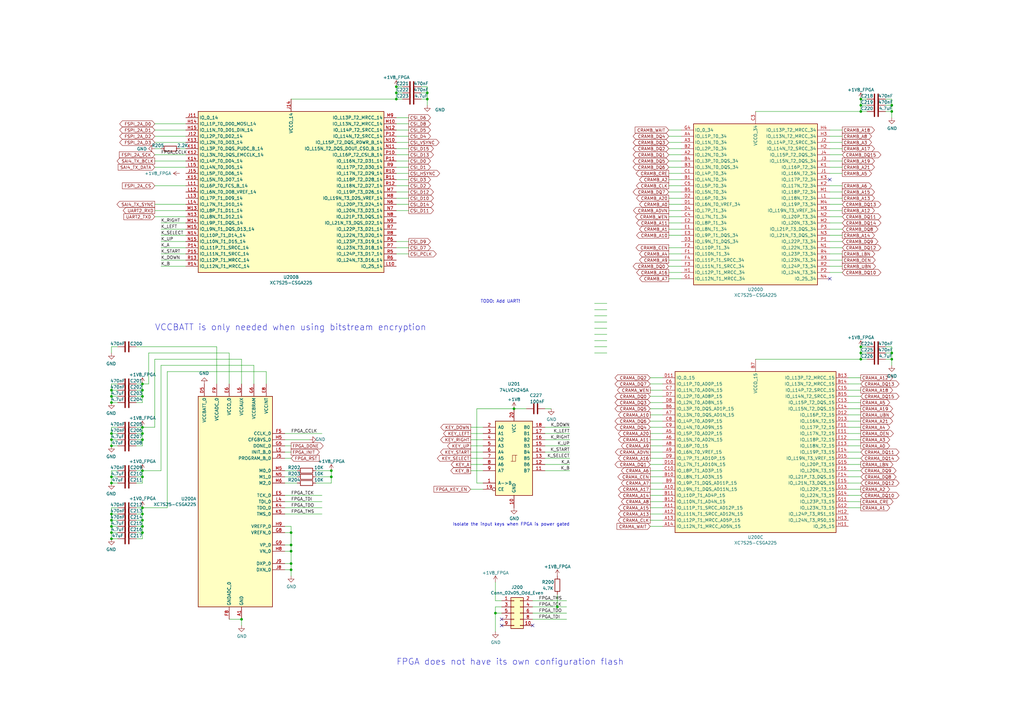
<source format=kicad_sch>
(kicad_sch (version 20210126) (generator eeschema)
  (paper "A3")
  (title_block (title "Fobu") (date "2021-02-17") (rev "0.3") (company "Wenting Zhang") (comment 1 "zephray@outlook.com"))
  (junction (at 45.72 160.02) (diameter 0.9144))
  (junction (at 45.72 162.56) (diameter 0.9144))
  (junction (at 45.72 165.1) (diameter 0.9144))
  (junction (at 45.72 177.8) (diameter 0.9144))
  (junction (at 45.72 180.34) (diameter 0.9144))
  (junction (at 45.72 182.88) (diameter 0.9144))
  (junction (at 45.72 195.58) (diameter 0.9144))
  (junction (at 45.72 198.12) (diameter 0.9144))
  (junction (at 45.72 210.82) (diameter 0.9144))
  (junction (at 45.72 213.36) (diameter 0.9144))
  (junction (at 45.72 215.9) (diameter 0.9144))
  (junction (at 45.72 218.44) (diameter 0.9144))
  (junction (at 45.72 220.98) (diameter 0.9144))
  (junction (at 58.42 157.48) (diameter 0.9144))
  (junction (at 58.42 160.02) (diameter 0.9144))
  (junction (at 58.42 162.56) (diameter 0.9144))
  (junction (at 58.42 175.26) (diameter 0.9144))
  (junction (at 58.42 177.8) (diameter 0.9144))
  (junction (at 58.42 180.34) (diameter 0.9144))
  (junction (at 58.42 193.04) (diameter 0.9144))
  (junction (at 58.42 195.58) (diameter 0.9144))
  (junction (at 58.42 208.28) (diameter 0.9144))
  (junction (at 58.42 210.82) (diameter 0.9144))
  (junction (at 58.42 213.36) (diameter 0.9144))
  (junction (at 58.42 215.9) (diameter 0.9144))
  (junction (at 58.42 218.44) (diameter 0.9144))
  (junction (at 99.06 254) (diameter 0.9144))
  (junction (at 119.38 218.44) (diameter 0.9144))
  (junction (at 119.38 223.52) (diameter 0.9144))
  (junction (at 119.38 226.06) (diameter 0.9144))
  (junction (at 119.38 231.14) (diameter 0.9144))
  (junction (at 119.38 233.68) (diameter 0.9144))
  (junction (at 135.89 193.04) (diameter 0.9144))
  (junction (at 135.89 195.58) (diameter 0.9144))
  (junction (at 162.56 35.56) (diameter 0.9144))
  (junction (at 162.56 38.1) (diameter 0.9144))
  (junction (at 162.56 40.64) (diameter 0.9144))
  (junction (at 175.26 38.1) (diameter 0.9144))
  (junction (at 175.26 40.64) (diameter 0.9144))
  (junction (at 203.2 251.46) (diameter 0.9144))
  (junction (at 210.82 167.64) (diameter 0.9144))
  (junction (at 228.6 248.92) (diameter 0.9144))
  (junction (at 353.06 40.64) (diameter 0.9144))
  (junction (at 353.06 43.18) (diameter 0.9144))
  (junction (at 353.06 45.72) (diameter 0.9144))
  (junction (at 353.06 142.24) (diameter 0.9144))
  (junction (at 353.06 144.78) (diameter 0.9144))
  (junction (at 353.06 147.32) (diameter 0.9144))
  (junction (at 365.76 43.18) (diameter 0.9144))
  (junction (at 365.76 45.72) (diameter 0.9144))
  (junction (at 365.76 144.78) (diameter 0.9144))
  (junction (at 365.76 147.32) (diameter 0.9144))
  (no_connect (at 205.74 254))
  (no_connect (at 205.74 256.54))
  (no_connect (at 218.44 256.54))
  (no_connect (at 340.36 73.66))
  (no_connect (at 340.36 114.3))
  (wire (pts (xy 45.72 142.24) (xy 45.72 144.78)))
  (wire (pts (xy 45.72 157.48) (xy 45.72 160.02)))
  (wire (pts (xy 45.72 160.02) (xy 45.72 162.56)))
  (wire (pts (xy 45.72 162.56) (xy 45.72 165.1)))
  (wire (pts (xy 45.72 175.26) (xy 45.72 177.8)))
  (wire (pts (xy 45.72 177.8) (xy 45.72 180.34)))
  (wire (pts (xy 45.72 180.34) (xy 45.72 182.88)))
  (wire (pts (xy 45.72 193.04) (xy 45.72 195.58)))
  (wire (pts (xy 45.72 195.58) (xy 45.72 198.12)))
  (wire (pts (xy 45.72 208.28) (xy 45.72 210.82)))
  (wire (pts (xy 45.72 210.82) (xy 45.72 213.36)))
  (wire (pts (xy 45.72 213.36) (xy 45.72 215.9)))
  (wire (pts (xy 45.72 215.9) (xy 45.72 218.44)))
  (wire (pts (xy 45.72 218.44) (xy 45.72 220.98)))
  (wire (pts (xy 48.26 142.24) (xy 45.72 142.24)))
  (wire (pts (xy 48.26 157.48) (xy 45.72 157.48)))
  (wire (pts (xy 48.26 160.02) (xy 45.72 160.02)))
  (wire (pts (xy 48.26 162.56) (xy 45.72 162.56)))
  (wire (pts (xy 48.26 165.1) (xy 45.72 165.1)))
  (wire (pts (xy 48.26 175.26) (xy 45.72 175.26)))
  (wire (pts (xy 48.26 177.8) (xy 45.72 177.8)))
  (wire (pts (xy 48.26 180.34) (xy 45.72 180.34)))
  (wire (pts (xy 48.26 182.88) (xy 45.72 182.88)))
  (wire (pts (xy 48.26 193.04) (xy 45.72 193.04)))
  (wire (pts (xy 48.26 195.58) (xy 45.72 195.58)))
  (wire (pts (xy 48.26 198.12) (xy 45.72 198.12)))
  (wire (pts (xy 48.26 208.28) (xy 45.72 208.28)))
  (wire (pts (xy 48.26 210.82) (xy 45.72 210.82)))
  (wire (pts (xy 48.26 213.36) (xy 45.72 213.36)))
  (wire (pts (xy 48.26 215.9) (xy 45.72 215.9)))
  (wire (pts (xy 48.26 218.44) (xy 45.72 218.44)))
  (wire (pts (xy 48.26 220.98) (xy 45.72 220.98)))
  (wire (pts (xy 55.88 142.24) (xy 88.9 142.24)))
  (wire (pts (xy 55.88 160.02) (xy 58.42 160.02)))
  (wire (pts (xy 55.88 162.56) (xy 58.42 162.56)))
  (wire (pts (xy 55.88 165.1) (xy 58.42 165.1)))
  (wire (pts (xy 55.88 175.26) (xy 58.42 175.26)))
  (wire (pts (xy 55.88 177.8) (xy 58.42 177.8)))
  (wire (pts (xy 55.88 180.34) (xy 58.42 180.34)))
  (wire (pts (xy 55.88 182.88) (xy 58.42 182.88)))
  (wire (pts (xy 55.88 193.04) (xy 58.42 193.04)))
  (wire (pts (xy 55.88 195.58) (xy 58.42 195.58)))
  (wire (pts (xy 55.88 198.12) (xy 58.42 198.12)))
  (wire (pts (xy 55.88 208.28) (xy 58.42 208.28)))
  (wire (pts (xy 55.88 210.82) (xy 58.42 210.82)))
  (wire (pts (xy 55.88 213.36) (xy 58.42 213.36)))
  (wire (pts (xy 55.88 215.9) (xy 58.42 215.9)))
  (wire (pts (xy 55.88 218.44) (xy 58.42 218.44)))
  (wire (pts (xy 55.88 220.98) (xy 58.42 220.98)))
  (wire (pts (xy 58.42 157.48) (xy 55.88 157.48)))
  (wire (pts (xy 58.42 157.48) (xy 60.96 157.48)))
  (wire (pts (xy 58.42 160.02) (xy 58.42 157.48)))
  (wire (pts (xy 58.42 162.56) (xy 58.42 160.02)))
  (wire (pts (xy 58.42 165.1) (xy 58.42 162.56)))
  (wire (pts (xy 58.42 177.8) (xy 58.42 175.26)))
  (wire (pts (xy 58.42 180.34) (xy 58.42 177.8)))
  (wire (pts (xy 58.42 182.88) (xy 58.42 180.34)))
  (wire (pts (xy 58.42 195.58) (xy 58.42 193.04)))
  (wire (pts (xy 58.42 198.12) (xy 58.42 195.58)))
  (wire (pts (xy 58.42 210.82) (xy 58.42 208.28)))
  (wire (pts (xy 58.42 213.36) (xy 58.42 210.82)))
  (wire (pts (xy 58.42 215.9) (xy 58.42 213.36)))
  (wire (pts (xy 58.42 218.44) (xy 58.42 215.9)))
  (wire (pts (xy 58.42 220.98) (xy 58.42 218.44)))
  (wire (pts (xy 60.96 144.78) (xy 60.96 157.48)))
  (wire (pts (xy 60.96 144.78) (xy 93.98 144.78)))
  (wire (pts (xy 63.5 50.8) (xy 76.2 50.8)))
  (wire (pts (xy 63.5 53.34) (xy 76.2 53.34)))
  (wire (pts (xy 63.5 55.88) (xy 76.2 55.88)))
  (wire (pts (xy 63.5 58.42) (xy 76.2 58.42)))
  (wire (pts (xy 63.5 63.5) (xy 76.2 63.5)))
  (wire (pts (xy 63.5 66.04) (xy 76.2 66.04)))
  (wire (pts (xy 63.5 68.58) (xy 76.2 68.58)))
  (wire (pts (xy 63.5 76.2) (xy 76.2 76.2)))
  (wire (pts (xy 63.5 83.82) (xy 76.2 83.82)))
  (wire (pts (xy 63.5 86.36) (xy 76.2 86.36)))
  (wire (pts (xy 63.5 88.9) (xy 76.2 88.9)))
  (wire (pts (xy 63.5 147.32) (xy 63.5 175.26)))
  (wire (pts (xy 63.5 175.26) (xy 58.42 175.26)))
  (wire (pts (xy 66.04 60.96) (xy 63.5 60.96)))
  (wire (pts (xy 66.04 149.86) (xy 66.04 193.04)))
  (wire (pts (xy 66.04 149.86) (xy 104.14 149.86)))
  (wire (pts (xy 66.04 193.04) (xy 58.42 193.04)))
  (wire (pts (xy 68.58 152.4) (xy 68.58 208.28)))
  (wire (pts (xy 68.58 208.28) (xy 58.42 208.28)))
  (wire (pts (xy 73.66 60.96) (xy 76.2 60.96)))
  (wire (pts (xy 76.2 91.44) (xy 66.04 91.44)))
  (wire (pts (xy 76.2 93.98) (xy 66.04 93.98)))
  (wire (pts (xy 76.2 96.52) (xy 66.04 96.52)))
  (wire (pts (xy 76.2 99.06) (xy 66.04 99.06)))
  (wire (pts (xy 76.2 101.6) (xy 66.04 101.6)))
  (wire (pts (xy 76.2 104.14) (xy 66.04 104.14)))
  (wire (pts (xy 76.2 106.68) (xy 66.04 106.68)))
  (wire (pts (xy 76.2 109.22) (xy 66.04 109.22)))
  (wire (pts (xy 88.9 142.24) (xy 88.9 157.48)))
  (wire (pts (xy 93.98 144.78) (xy 93.98 157.48)))
  (wire (pts (xy 93.98 254) (xy 99.06 254)))
  (wire (pts (xy 99.06 147.32) (xy 63.5 147.32)))
  (wire (pts (xy 99.06 147.32) (xy 99.06 157.48)))
  (wire (pts (xy 99.06 256.54) (xy 99.06 254)))
  (wire (pts (xy 104.14 149.86) (xy 104.14 157.48)))
  (wire (pts (xy 109.22 152.4) (xy 68.58 152.4)))
  (wire (pts (xy 109.22 152.4) (xy 109.22 157.48)))
  (wire (pts (xy 116.84 177.8) (xy 132.08 177.8)))
  (wire (pts (xy 116.84 180.34) (xy 127 180.34)))
  (wire (pts (xy 116.84 182.88) (xy 119.38 182.88)))
  (wire (pts (xy 116.84 185.42) (xy 119.38 185.42)))
  (wire (pts (xy 116.84 187.96) (xy 119.38 187.96)))
  (wire (pts (xy 116.84 193.04) (xy 121.92 193.04)))
  (wire (pts (xy 116.84 195.58) (xy 121.92 195.58)))
  (wire (pts (xy 116.84 198.12) (xy 121.92 198.12)))
  (wire (pts (xy 116.84 203.2) (xy 132.08 203.2)))
  (wire (pts (xy 116.84 205.74) (xy 132.08 205.74)))
  (wire (pts (xy 116.84 208.28) (xy 132.08 208.28)))
  (wire (pts (xy 116.84 210.82) (xy 132.08 210.82)))
  (wire (pts (xy 116.84 215.9) (xy 119.38 215.9)))
  (wire (pts (xy 116.84 218.44) (xy 119.38 218.44)))
  (wire (pts (xy 116.84 223.52) (xy 119.38 223.52)))
  (wire (pts (xy 116.84 226.06) (xy 119.38 226.06)))
  (wire (pts (xy 116.84 231.14) (xy 119.38 231.14)))
  (wire (pts (xy 116.84 233.68) (xy 119.38 233.68)))
  (wire (pts (xy 119.38 40.64) (xy 162.56 40.64)))
  (wire (pts (xy 119.38 215.9) (xy 119.38 218.44)))
  (wire (pts (xy 119.38 218.44) (xy 119.38 223.52)))
  (wire (pts (xy 119.38 223.52) (xy 119.38 226.06)))
  (wire (pts (xy 119.38 226.06) (xy 119.38 231.14)))
  (wire (pts (xy 119.38 231.14) (xy 119.38 233.68)))
  (wire (pts (xy 119.38 233.68) (xy 119.38 236.22)))
  (wire (pts (xy 129.54 193.04) (xy 135.89 193.04)))
  (wire (pts (xy 129.54 195.58) (xy 135.89 195.58)))
  (wire (pts (xy 129.54 198.12) (xy 135.89 198.12)))
  (wire (pts (xy 135.89 195.58) (xy 135.89 193.04)))
  (wire (pts (xy 135.89 198.12) (xy 135.89 195.58)))
  (wire (pts (xy 162.56 35.56) (xy 165.1 35.56)))
  (wire (pts (xy 162.56 38.1) (xy 162.56 35.56)))
  (wire (pts (xy 162.56 40.64) (xy 162.56 38.1)))
  (wire (pts (xy 162.56 48.26) (xy 167.64 48.26)))
  (wire (pts (xy 162.56 50.8) (xy 167.64 50.8)))
  (wire (pts (xy 162.56 53.34) (xy 167.64 53.34)))
  (wire (pts (xy 162.56 55.88) (xy 167.64 55.88)))
  (wire (pts (xy 162.56 58.42) (xy 167.64 58.42)))
  (wire (pts (xy 162.56 60.96) (xy 167.64 60.96)))
  (wire (pts (xy 162.56 63.5) (xy 167.64 63.5)))
  (wire (pts (xy 162.56 66.04) (xy 167.64 66.04)))
  (wire (pts (xy 162.56 68.58) (xy 167.64 68.58)))
  (wire (pts (xy 162.56 71.12) (xy 167.64 71.12)))
  (wire (pts (xy 162.56 73.66) (xy 167.64 73.66)))
  (wire (pts (xy 162.56 76.2) (xy 167.64 76.2)))
  (wire (pts (xy 162.56 78.74) (xy 167.64 78.74)))
  (wire (pts (xy 162.56 81.28) (xy 167.64 81.28)))
  (wire (pts (xy 162.56 83.82) (xy 167.64 83.82)))
  (wire (pts (xy 162.56 86.36) (xy 167.64 86.36)))
  (wire (pts (xy 162.56 99.06) (xy 167.64 99.06)))
  (wire (pts (xy 162.56 101.6) (xy 167.64 101.6)))
  (wire (pts (xy 162.56 104.14) (xy 167.64 104.14)))
  (wire (pts (xy 165.1 38.1) (xy 162.56 38.1)))
  (wire (pts (xy 165.1 40.64) (xy 162.56 40.64)))
  (wire (pts (xy 172.72 35.56) (xy 175.26 35.56)))
  (wire (pts (xy 172.72 38.1) (xy 175.26 38.1)))
  (wire (pts (xy 172.72 40.64) (xy 175.26 40.64)))
  (wire (pts (xy 175.26 35.56) (xy 175.26 38.1)))
  (wire (pts (xy 175.26 38.1) (xy 175.26 40.64)))
  (wire (pts (xy 175.26 40.64) (xy 175.26 43.18)))
  (wire (pts (xy 193.04 175.26) (xy 198.12 175.26)))
  (wire (pts (xy 193.04 177.8) (xy 198.12 177.8)))
  (wire (pts (xy 193.04 180.34) (xy 198.12 180.34)))
  (wire (pts (xy 193.04 182.88) (xy 198.12 182.88)))
  (wire (pts (xy 193.04 185.42) (xy 198.12 185.42)))
  (wire (pts (xy 193.04 187.96) (xy 198.12 187.96)))
  (wire (pts (xy 193.04 190.5) (xy 198.12 190.5)))
  (wire (pts (xy 193.04 193.04) (xy 198.12 193.04)))
  (wire (pts (xy 193.04 200.66) (xy 198.12 200.66)))
  (wire (pts (xy 195.58 167.64) (xy 210.82 167.64)))
  (wire (pts (xy 195.58 198.12) (xy 195.58 167.64)))
  (wire (pts (xy 198.12 198.12) (xy 195.58 198.12)))
  (wire (pts (xy 203.2 238.76) (xy 203.2 246.38)))
  (wire (pts (xy 203.2 246.38) (xy 205.74 246.38)))
  (wire (pts (xy 203.2 248.92) (xy 203.2 251.46)))
  (wire (pts (xy 203.2 251.46) (xy 203.2 259.08)))
  (wire (pts (xy 205.74 248.92) (xy 203.2 248.92)))
  (wire (pts (xy 205.74 251.46) (xy 203.2 251.46)))
  (wire (pts (xy 210.82 167.64) (xy 215.9 167.64)))
  (wire (pts (xy 223.52 167.64) (xy 226.06 167.64)))
  (wire (pts (xy 223.52 175.26) (xy 233.68 175.26)))
  (wire (pts (xy 223.52 177.8) (xy 233.68 177.8)))
  (wire (pts (xy 223.52 180.34) (xy 233.68 180.34)))
  (wire (pts (xy 223.52 182.88) (xy 233.68 182.88)))
  (wire (pts (xy 223.52 185.42) (xy 233.68 185.42)))
  (wire (pts (xy 223.52 187.96) (xy 233.68 187.96)))
  (wire (pts (xy 223.52 190.5) (xy 233.68 190.5)))
  (wire (pts (xy 223.52 193.04) (xy 233.68 193.04)))
  (wire (pts (xy 228.6 243.84) (xy 228.6 248.92)))
  (wire (pts (xy 228.6 248.92) (xy 218.44 248.92)))
  (wire (pts (xy 232.41 246.38) (xy 218.44 246.38)))
  (wire (pts (xy 232.41 248.92) (xy 228.6 248.92)))
  (wire (pts (xy 232.41 251.46) (xy 218.44 251.46)))
  (wire (pts (xy 232.41 254) (xy 218.44 254)))
  (wire (pts (xy 243.84 124.46) (xy 248.92 124.46)))
  (wire (pts (xy 243.84 127) (xy 248.92 127)))
  (wire (pts (xy 243.84 129.54) (xy 248.92 129.54)))
  (wire (pts (xy 243.84 132.08) (xy 248.92 132.08)))
  (wire (pts (xy 243.84 134.62) (xy 248.92 134.62)))
  (wire (pts (xy 243.84 137.16) (xy 248.92 137.16)))
  (wire (pts (xy 243.84 139.7) (xy 248.92 139.7)))
  (wire (pts (xy 243.84 142.24) (xy 248.92 142.24)))
  (wire (pts (xy 243.84 144.78) (xy 248.92 144.78)))
  (wire (pts (xy 266.7 154.94) (xy 271.78 154.94)))
  (wire (pts (xy 266.7 157.48) (xy 271.78 157.48)))
  (wire (pts (xy 266.7 160.02) (xy 271.78 160.02)))
  (wire (pts (xy 266.7 162.56) (xy 271.78 162.56)))
  (wire (pts (xy 266.7 165.1) (xy 271.78 165.1)))
  (wire (pts (xy 266.7 167.64) (xy 271.78 167.64)))
  (wire (pts (xy 266.7 170.18) (xy 271.78 170.18)))
  (wire (pts (xy 266.7 172.72) (xy 271.78 172.72)))
  (wire (pts (xy 266.7 175.26) (xy 271.78 175.26)))
  (wire (pts (xy 266.7 177.8) (xy 271.78 177.8)))
  (wire (pts (xy 266.7 180.34) (xy 271.78 180.34)))
  (wire (pts (xy 266.7 182.88) (xy 271.78 182.88)))
  (wire (pts (xy 266.7 185.42) (xy 271.78 185.42)))
  (wire (pts (xy 266.7 187.96) (xy 271.78 187.96)))
  (wire (pts (xy 266.7 190.5) (xy 271.78 190.5)))
  (wire (pts (xy 266.7 193.04) (xy 271.78 193.04)))
  (wire (pts (xy 266.7 195.58) (xy 271.78 195.58)))
  (wire (pts (xy 266.7 198.12) (xy 271.78 198.12)))
  (wire (pts (xy 266.7 200.66) (xy 271.78 200.66)))
  (wire (pts (xy 266.7 203.2) (xy 271.78 203.2)))
  (wire (pts (xy 266.7 205.74) (xy 271.78 205.74)))
  (wire (pts (xy 266.7 208.28) (xy 271.78 208.28)))
  (wire (pts (xy 266.7 210.82) (xy 271.78 210.82)))
  (wire (pts (xy 266.7 213.36) (xy 271.78 213.36)))
  (wire (pts (xy 266.7 215.9) (xy 271.78 215.9)))
  (wire (pts (xy 274.32 53.34) (xy 279.4 53.34)))
  (wire (pts (xy 274.32 55.88) (xy 279.4 55.88)))
  (wire (pts (xy 274.32 58.42) (xy 279.4 58.42)))
  (wire (pts (xy 274.32 60.96) (xy 279.4 60.96)))
  (wire (pts (xy 274.32 63.5) (xy 279.4 63.5)))
  (wire (pts (xy 274.32 66.04) (xy 279.4 66.04)))
  (wire (pts (xy 274.32 68.58) (xy 279.4 68.58)))
  (wire (pts (xy 274.32 71.12) (xy 279.4 71.12)))
  (wire (pts (xy 274.32 73.66) (xy 279.4 73.66)))
  (wire (pts (xy 274.32 76.2) (xy 279.4 76.2)))
  (wire (pts (xy 274.32 78.74) (xy 279.4 78.74)))
  (wire (pts (xy 274.32 81.28) (xy 279.4 81.28)))
  (wire (pts (xy 274.32 83.82) (xy 279.4 83.82)))
  (wire (pts (xy 274.32 86.36) (xy 279.4 86.36)))
  (wire (pts (xy 274.32 88.9) (xy 279.4 88.9)))
  (wire (pts (xy 274.32 91.44) (xy 279.4 91.44)))
  (wire (pts (xy 274.32 93.98) (xy 279.4 93.98)))
  (wire (pts (xy 274.32 96.52) (xy 279.4 96.52)))
  (wire (pts (xy 274.32 101.6) (xy 279.4 101.6)))
  (wire (pts (xy 274.32 104.14) (xy 279.4 104.14)))
  (wire (pts (xy 274.32 106.68) (xy 279.4 106.68)))
  (wire (pts (xy 274.32 109.22) (xy 279.4 109.22)))
  (wire (pts (xy 274.32 111.76) (xy 279.4 111.76)))
  (wire (pts (xy 274.32 114.3) (xy 279.4 114.3)))
  (wire (pts (xy 309.88 45.72) (xy 353.06 45.72)))
  (wire (pts (xy 309.88 147.32) (xy 353.06 147.32)))
  (wire (pts (xy 340.36 53.34) (xy 345.44 53.34)))
  (wire (pts (xy 340.36 55.88) (xy 345.44 55.88)))
  (wire (pts (xy 340.36 58.42) (xy 345.44 58.42)))
  (wire (pts (xy 340.36 60.96) (xy 345.44 60.96)))
  (wire (pts (xy 340.36 63.5) (xy 345.44 63.5)))
  (wire (pts (xy 340.36 66.04) (xy 345.44 66.04)))
  (wire (pts (xy 340.36 68.58) (xy 345.44 68.58)))
  (wire (pts (xy 340.36 71.12) (xy 345.44 71.12)))
  (wire (pts (xy 340.36 76.2) (xy 345.44 76.2)))
  (wire (pts (xy 340.36 78.74) (xy 345.44 78.74)))
  (wire (pts (xy 340.36 81.28) (xy 345.44 81.28)))
  (wire (pts (xy 340.36 83.82) (xy 345.44 83.82)))
  (wire (pts (xy 340.36 86.36) (xy 345.44 86.36)))
  (wire (pts (xy 340.36 88.9) (xy 345.44 88.9)))
  (wire (pts (xy 340.36 91.44) (xy 345.44 91.44)))
  (wire (pts (xy 340.36 93.98) (xy 345.44 93.98)))
  (wire (pts (xy 340.36 99.06) (xy 345.44 99.06)))
  (wire (pts (xy 340.36 101.6) (xy 345.44 101.6)))
  (wire (pts (xy 340.36 104.14) (xy 345.44 104.14)))
  (wire (pts (xy 340.36 106.68) (xy 345.44 106.68)))
  (wire (pts (xy 340.36 109.22) (xy 345.44 109.22)))
  (wire (pts (xy 340.36 111.76) (xy 345.44 111.76)))
  (wire (pts (xy 345.44 96.52) (xy 340.36 96.52)))
  (wire (pts (xy 347.98 154.94) (xy 353.06 154.94)))
  (wire (pts (xy 347.98 157.48) (xy 353.06 157.48)))
  (wire (pts (xy 347.98 160.02) (xy 353.06 160.02)))
  (wire (pts (xy 347.98 162.56) (xy 353.06 162.56)))
  (wire (pts (xy 347.98 165.1) (xy 353.06 165.1)))
  (wire (pts (xy 347.98 167.64) (xy 353.06 167.64)))
  (wire (pts (xy 347.98 170.18) (xy 353.06 170.18)))
  (wire (pts (xy 347.98 172.72) (xy 353.06 172.72)))
  (wire (pts (xy 347.98 175.26) (xy 353.06 175.26)))
  (wire (pts (xy 347.98 177.8) (xy 353.06 177.8)))
  (wire (pts (xy 347.98 180.34) (xy 353.06 180.34)))
  (wire (pts (xy 347.98 182.88) (xy 353.06 182.88)))
  (wire (pts (xy 347.98 185.42) (xy 353.06 185.42)))
  (wire (pts (xy 347.98 187.96) (xy 353.06 187.96)))
  (wire (pts (xy 347.98 190.5) (xy 353.06 190.5)))
  (wire (pts (xy 347.98 193.04) (xy 353.06 193.04)))
  (wire (pts (xy 347.98 195.58) (xy 353.06 195.58)))
  (wire (pts (xy 347.98 198.12) (xy 353.06 198.12)))
  (wire (pts (xy 347.98 200.66) (xy 353.06 200.66)))
  (wire (pts (xy 347.98 203.2) (xy 353.06 203.2)))
  (wire (pts (xy 347.98 205.74) (xy 353.06 205.74)))
  (wire (pts (xy 347.98 208.28) (xy 353.06 208.28)))
  (wire (pts (xy 353.06 40.64) (xy 355.6 40.64)))
  (wire (pts (xy 353.06 43.18) (xy 353.06 40.64)))
  (wire (pts (xy 353.06 45.72) (xy 353.06 43.18)))
  (wire (pts (xy 353.06 142.24) (xy 355.6 142.24)))
  (wire (pts (xy 353.06 144.78) (xy 353.06 142.24)))
  (wire (pts (xy 353.06 147.32) (xy 353.06 144.78)))
  (wire (pts (xy 355.6 43.18) (xy 353.06 43.18)))
  (wire (pts (xy 355.6 45.72) (xy 353.06 45.72)))
  (wire (pts (xy 355.6 144.78) (xy 353.06 144.78)))
  (wire (pts (xy 355.6 147.32) (xy 353.06 147.32)))
  (wire (pts (xy 363.22 40.64) (xy 365.76 40.64)))
  (wire (pts (xy 363.22 43.18) (xy 365.76 43.18)))
  (wire (pts (xy 363.22 45.72) (xy 365.76 45.72)))
  (wire (pts (xy 363.22 142.24) (xy 365.76 142.24)))
  (wire (pts (xy 363.22 144.78) (xy 365.76 144.78)))
  (wire (pts (xy 363.22 147.32) (xy 365.76 147.32)))
  (wire (pts (xy 365.76 40.64) (xy 365.76 43.18)))
  (wire (pts (xy 365.76 43.18) (xy 365.76 45.72)))
  (wire (pts (xy 365.76 45.72) (xy 365.76 48.26)))
  (wire (pts (xy 365.76 142.24) (xy 365.76 144.78)))
  (wire (pts (xy 365.76 144.78) (xy 365.76 147.32)))
  (wire (pts (xy 365.76 147.32) (xy 365.76 149.86)))
  (text "VCCBATT is only needed when using bitstream encryption" (at 63.5 135.89 0) (effects (font (size 2.54 2.54)) (justify left bottom)))
  (text "FPGA does not have its own configuration flash" (at 162.56 273.05 0) (effects (font (size 2.54 2.54)) (justify left bottom)))
  (text "TODO: Add UART!" (at 213.36 124.46 180) (effects (font (size 1.27 1.27)) (justify right bottom)))
  (text "Isolate the input keys when FPGA is power gated" (at 233.68 215.9 180) (effects (font (size 1.27 1.27)) (justify right bottom)))
  (label "FPGA_CCLK" (at 66.04 63.5 0))
  (label "K_RIGHT" (at 66.04 91.44 0))
  (label "K_LEFT" (at 66.04 93.98 0))
  (label "K_SELECT" (at 66.04 96.52 0))
  (label "K_UP" (at 66.04 99.06 0))
  (label "K_A" (at 66.04 101.6 0))
  (label "K_START" (at 66.04 104.14 0))
  (label "K_DOWN" (at 66.04 106.68 0))
  (label "K_B" (at 66.04 109.22 0))
  (label "FPGA_CCLK" (at 119.38 177.8 0))
  (label "FPGA_TCK" (at 119.38 203.2 0))
  (label "FPGA_TDI" (at 119.38 205.74 0))
  (label "FPGA_TDO" (at 119.38 208.28 0))
  (label "FPGA_TMS" (at 119.38 210.82 0))
  (label "FPGA_TMS" (at 220.98 246.38 0))
  (label "FPGA_TCK" (at 220.98 248.92 0))
  (label "FPGA_TDO" (at 220.98 251.46 0))
  (label "FPGA_TDI" (at 220.98 254 0))
  (label "K_DOWN" (at 233.68 175.26 180))
  (label "K_LEFT" (at 233.68 177.8 180))
  (label "K_RIGHT" (at 233.68 180.34 180))
  (label "K_UP" (at 233.68 182.88 180))
  (label "K_START" (at 233.68 185.42 180))
  (label "K_SELECT" (at 233.68 187.96 180))
  (label "K_A" (at 233.68 190.5 180))
  (label "K_B" (at 233.68 193.04 180))
  (global_label "FSPI_2A_D0" (shape bidirectional) (at 63.5 50.8 180) (property "Intersheet References" "${INTERSHEET_REFS}" (effects hide)))
  (global_label "FSPI_2A_D1" (shape bidirectional) (at 63.5 53.34 180) (property "Intersheet References" "${INTERSHEET_REFS}" (effects hide)))
  (global_label "FSPI_2A_D2" (shape bidirectional) (at 63.5 55.88 180) (property "Intersheet References" "${INTERSHEET_REFS}" (effects hide)))
  (global_label "FSPI_2A_D3" (shape bidirectional) (at 63.5 58.42 180) (property "Intersheet References" "${INTERSHEET_REFS}" (effects hide)))
  (global_label "FSPI_2A_SCK" (shape input) (at 63.5 63.5 180) (property "Intersheet References" "${INTERSHEET_REFS}" (effects hide)))
  (global_label "SAI4_TX_BCLK" (shape output) (at 63.5 66.04 180) (property "Intersheet References" "${INTERSHEET_REFS}" (effects hide)))
  (global_label "SAI4_TX_DATA" (shape input) (at 63.5 68.58 180) (property "Intersheet References" "${INTERSHEET_REFS}" (effects hide)))
  (global_label "FSPI_2A_CS" (shape input) (at 63.5 76.2 180) (property "Intersheet References" "${INTERSHEET_REFS}" (effects hide)))
  (global_label "SAI4_TX_SYNC" (shape output) (at 63.5 83.82 180) (property "Intersheet References" "${INTERSHEET_REFS}" (effects hide)))
  (global_label "UART2_RXD" (shape output) (at 63.5 86.36 180) (property "Intersheet References" "${INTERSHEET_REFS}" (effects hide)))
  (global_label "UART2_TXD" (shape input) (at 63.5 88.9 180) (property "Intersheet References" "${INTERSHEET_REFS}" (effects hide)))
  (global_label "FPGA_DONE" (shape output) (at 119.38 182.88 0) (property "Intersheet References" "${INTERSHEET_REFS}" (effects hide)))
  (global_label "FPGA_INIT" (shape output) (at 119.38 185.42 0) (property "Intersheet References" "${INTERSHEET_REFS}" (effects hide)))
  (global_label "FPGA_RST" (shape input) (at 119.38 187.96 0) (property "Intersheet References" "${INTERSHEET_REFS}" (effects hide)))
  (global_label "CSI_D6" (shape output) (at 167.64 48.26 0) (property "Intersheet References" "${INTERSHEET_REFS}" (effects hide)))
  (global_label "CSI_D8" (shape output) (at 167.64 50.8 0) (property "Intersheet References" "${INTERSHEET_REFS}" (effects hide)))
  (global_label "CSI_D5" (shape output) (at 167.64 53.34 0) (property "Intersheet References" "${INTERSHEET_REFS}" (effects hide)))
  (global_label "CSI_D4" (shape output) (at 167.64 55.88 0) (property "Intersheet References" "${INTERSHEET_REFS}" (effects hide)))
  (global_label "CSI_VSYNC" (shape output) (at 167.64 58.42 0) (property "Intersheet References" "${INTERSHEET_REFS}" (effects hide)))
  (global_label "CSI_D15" (shape output) (at 167.64 60.96 0) (property "Intersheet References" "${INTERSHEET_REFS}" (effects hide)))
  (global_label "CSI_D13" (shape output) (at 167.64 63.5 0) (property "Intersheet References" "${INTERSHEET_REFS}" (effects hide)))
  (global_label "CSI_D0" (shape output) (at 167.64 66.04 0) (property "Intersheet References" "${INTERSHEET_REFS}" (effects hide)))
  (global_label "CSI_D1" (shape output) (at 167.64 68.58 0) (property "Intersheet References" "${INTERSHEET_REFS}" (effects hide)))
  (global_label "CSI_HSYNC" (shape output) (at 167.64 71.12 0) (property "Intersheet References" "${INTERSHEET_REFS}" (effects hide)))
  (global_label "CSI_D3" (shape output) (at 167.64 73.66 0) (property "Intersheet References" "${INTERSHEET_REFS}" (effects hide)))
  (global_label "CSI_D2" (shape output) (at 167.64 76.2 0) (property "Intersheet References" "${INTERSHEET_REFS}" (effects hide)))
  (global_label "CSI_D12" (shape output) (at 167.64 78.74 0) (property "Intersheet References" "${INTERSHEET_REFS}" (effects hide)))
  (global_label "CSI_D10" (shape output) (at 167.64 81.28 0) (property "Intersheet References" "${INTERSHEET_REFS}" (effects hide)))
  (global_label "CSI_D14" (shape output) (at 167.64 83.82 0) (property "Intersheet References" "${INTERSHEET_REFS}" (effects hide)))
  (global_label "CSI_D11" (shape output) (at 167.64 86.36 0) (property "Intersheet References" "${INTERSHEET_REFS}" (effects hide)))
  (global_label "CSI_D9" (shape output) (at 167.64 99.06 0) (property "Intersheet References" "${INTERSHEET_REFS}" (effects hide)))
  (global_label "CSI_D7" (shape output) (at 167.64 101.6 0) (property "Intersheet References" "${INTERSHEET_REFS}" (effects hide)))
  (global_label "CSI_PCLK" (shape output) (at 167.64 104.14 0) (property "Intersheet References" "${INTERSHEET_REFS}" (effects hide)))
  (global_label "KEY_DOWN" (shape output) (at 193.04 175.26 180) (property "Intersheet References" "${INTERSHEET_REFS}" (effects hide)))
  (global_label "KEY_LEFT" (shape output) (at 193.04 177.8 180) (property "Intersheet References" "${INTERSHEET_REFS}" (effects hide)))
  (global_label "KEY_RIGHT" (shape output) (at 193.04 180.34 180) (property "Intersheet References" "${INTERSHEET_REFS}" (effects hide)))
  (global_label "KEY_UP" (shape output) (at 193.04 182.88 180) (property "Intersheet References" "${INTERSHEET_REFS}" (effects hide)))
  (global_label "KEY_START" (shape output) (at 193.04 185.42 180) (property "Intersheet References" "${INTERSHEET_REFS}" (effects hide)))
  (global_label "KEY_SELECT" (shape output) (at 193.04 187.96 180) (property "Intersheet References" "${INTERSHEET_REFS}" (effects hide)))
  (global_label "KEY_A" (shape output) (at 193.04 190.5 180) (property "Intersheet References" "${INTERSHEET_REFS}" (effects hide)))
  (global_label "KEY_B" (shape output) (at 193.04 193.04 180) (property "Intersheet References" "${INTERSHEET_REFS}" (effects hide)))
  (global_label "FPGA_KEY_EN" (shape input) (at 193.04 200.66 180) (property "Intersheet References" "${INTERSHEET_REFS}" (effects hide)))
  (global_label "CRAMA_DQ2" (shape bidirectional) (at 266.7 154.94 180) (property "Intersheet References" "${INTERSHEET_REFS}" (effects hide)))
  (global_label "CRAMA_DQ7" (shape bidirectional) (at 266.7 157.48 180) (property "Intersheet References" "${INTERSHEET_REFS}" (effects hide)))
  (global_label "CRAMA_WEN" (shape output) (at 266.7 160.02 180) (property "Intersheet References" "${INTERSHEET_REFS}" (effects hide)))
  (global_label "CRAMA_DQ0" (shape bidirectional) (at 266.7 162.56 180) (property "Intersheet References" "${INTERSHEET_REFS}" (effects hide)))
  (global_label "CRAMA_DQ3" (shape bidirectional) (at 266.7 165.1 180) (property "Intersheet References" "${INTERSHEET_REFS}" (effects hide)))
  (global_label "CRAMA_DQ5" (shape bidirectional) (at 266.7 167.64 180) (property "Intersheet References" "${INTERSHEET_REFS}" (effects hide)))
  (global_label "CRAMA_A10" (shape output) (at 266.7 170.18 180) (property "Intersheet References" "${INTERSHEET_REFS}" (effects hide)))
  (global_label "CRAMA_DQ6" (shape bidirectional) (at 266.7 172.72 180) (property "Intersheet References" "${INTERSHEET_REFS}" (effects hide)))
  (global_label "CRAMA_DQ4" (shape bidirectional) (at 266.7 175.26 180) (property "Intersheet References" "${INTERSHEET_REFS}" (effects hide)))
  (global_label "CRAMA_A20" (shape output) (at 266.7 177.8 180) (property "Intersheet References" "${INTERSHEET_REFS}" (effects hide)))
  (global_label "CRAMA_A11" (shape output) (at 266.7 180.34 180) (property "Intersheet References" "${INTERSHEET_REFS}" (effects hide)))
  (global_label "CRAMA_A9" (shape output) (at 266.7 182.88 180) (property "Intersheet References" "${INTERSHEET_REFS}" (effects hide)))
  (global_label "CRAMA_ADVN" (shape output) (at 266.7 185.42 180) (property "Intersheet References" "${INTERSHEET_REFS}" (effects hide)))
  (global_label "CRAMA_A16" (shape output) (at 266.7 187.96 180) (property "Intersheet References" "${INTERSHEET_REFS}" (effects hide)))
  (global_label "CRAMA_DQ1" (shape bidirectional) (at 266.7 190.5 180) (property "Intersheet References" "${INTERSHEET_REFS}" (effects hide)))
  (global_label "CRAMA_A6" (shape output) (at 266.7 193.04 180) (property "Intersheet References" "${INTERSHEET_REFS}" (effects hide)))
  (global_label "CRAMA_CEN" (shape output) (at 266.7 195.58 180) (property "Intersheet References" "${INTERSHEET_REFS}" (effects hide)))
  (global_label "CRAMA_A7" (shape output) (at 266.7 198.12 180) (property "Intersheet References" "${INTERSHEET_REFS}" (effects hide)))
  (global_label "CRAMA_A17" (shape output) (at 266.7 200.66 180) (property "Intersheet References" "${INTERSHEET_REFS}" (effects hide)))
  (global_label "CRAMA_A14" (shape output) (at 266.7 203.2 180) (property "Intersheet References" "${INTERSHEET_REFS}" (effects hide)))
  (global_label "CRAMA_A8" (shape output) (at 266.7 205.74 180) (property "Intersheet References" "${INTERSHEET_REFS}" (effects hide)))
  (global_label "CRAMA_A15" (shape output) (at 266.7 208.28 180) (property "Intersheet References" "${INTERSHEET_REFS}" (effects hide)))
  (global_label "CRAMA_A13" (shape output) (at 266.7 210.82 180) (property "Intersheet References" "${INTERSHEET_REFS}" (effects hide)))
  (global_label "CRAMA_CLK" (shape output) (at 266.7 213.36 180) (property "Intersheet References" "${INTERSHEET_REFS}" (effects hide)))
  (global_label "CRAMA_WAIT" (shape input) (at 266.7 215.9 180) (property "Intersheet References" "${INTERSHEET_REFS}" (effects hide)))
  (global_label "CRAMB_WAIT" (shape input) (at 274.32 53.34 180) (property "Intersheet References" "${INTERSHEET_REFS}" (effects hide)))
  (global_label "CRAMB_DQ4" (shape bidirectional) (at 274.32 55.88 180) (property "Intersheet References" "${INTERSHEET_REFS}" (effects hide)))
  (global_label "CRAMB_DQ3" (shape bidirectional) (at 274.32 58.42 180) (property "Intersheet References" "${INTERSHEET_REFS}" (effects hide)))
  (global_label "CRAMB_DQ2" (shape bidirectional) (at 274.32 60.96 180) (property "Intersheet References" "${INTERSHEET_REFS}" (effects hide)))
  (global_label "CRAMB_DQ1" (shape bidirectional) (at 274.32 63.5 180) (property "Intersheet References" "${INTERSHEET_REFS}" (effects hide)))
  (global_label "CRAMB_DQ5" (shape bidirectional) (at 274.32 66.04 180) (property "Intersheet References" "${INTERSHEET_REFS}" (effects hide)))
  (global_label "CRAMB_DQ6" (shape bidirectional) (at 274.32 68.58 180) (property "Intersheet References" "${INTERSHEET_REFS}" (effects hide)))
  (global_label "CRAMB_CRE" (shape output) (at 274.32 71.12 180) (property "Intersheet References" "${INTERSHEET_REFS}" (effects hide)))
  (global_label "CRAMB_A2" (shape output) (at 274.32 73.66 180) (property "Intersheet References" "${INTERSHEET_REFS}" (effects hide)))
  (global_label "CRAMB_CLK" (shape output) (at 274.32 76.2 180) (property "Intersheet References" "${INTERSHEET_REFS}" (effects hide)))
  (global_label "CRAMB_DQ7" (shape bidirectional) (at 274.32 78.74 180) (property "Intersheet References" "${INTERSHEET_REFS}" (effects hide)))
  (global_label "CRAMB_A20" (shape output) (at 274.32 81.28 180) (property "Intersheet References" "${INTERSHEET_REFS}" (effects hide)))
  (global_label "CRAMB_A0" (shape output) (at 274.32 83.82 180) (property "Intersheet References" "${INTERSHEET_REFS}" (effects hide)))
  (global_label "CRAMB_ADVN" (shape output) (at 274.32 86.36 180) (property "Intersheet References" "${INTERSHEET_REFS}" (effects hide)))
  (global_label "CRAMB_WEN" (shape output) (at 274.32 88.9 180) (property "Intersheet References" "${INTERSHEET_REFS}" (effects hide)))
  (global_label "CRAMB_A11" (shape output) (at 274.32 91.44 180) (property "Intersheet References" "${INTERSHEET_REFS}" (effects hide)))
  (global_label "CRAMB_A1" (shape output) (at 274.32 93.98 180) (property "Intersheet References" "${INTERSHEET_REFS}" (effects hide)))
  (global_label "CRAMB_A10" (shape output) (at 274.32 96.52 180) (property "Intersheet References" "${INTERSHEET_REFS}" (effects hide)))
  (global_label "CRAMB_CEN" (shape output) (at 274.32 101.6 180) (property "Intersheet References" "${INTERSHEET_REFS}" (effects hide)))
  (global_label "CRAMB_A4" (shape output) (at 274.32 104.14 180) (property "Intersheet References" "${INTERSHEET_REFS}" (effects hide)))
  (global_label "CRAMB_A9" (shape output) (at 274.32 106.68 180) (property "Intersheet References" "${INTERSHEET_REFS}" (effects hide)))
  (global_label "CRAMB_DQ0" (shape bidirectional) (at 274.32 109.22 180) (property "Intersheet References" "${INTERSHEET_REFS}" (effects hide)))
  (global_label "CRAMB_A16" (shape output) (at 274.32 111.76 180) (property "Intersheet References" "${INTERSHEET_REFS}" (effects hide)))
  (global_label "CRAMB_A7" (shape output) (at 274.32 114.3 180) (property "Intersheet References" "${INTERSHEET_REFS}" (effects hide)))
  (global_label "CRAMB_A18" (shape output) (at 345.44 53.34 0) (property "Intersheet References" "${INTERSHEET_REFS}" (effects hide)))
  (global_label "CRAMB_A8" (shape output) (at 345.44 55.88 0) (property "Intersheet References" "${INTERSHEET_REFS}" (effects hide)))
  (global_label "CRAMB_A3" (shape output) (at 345.44 58.42 0) (property "Intersheet References" "${INTERSHEET_REFS}" (effects hide)))
  (global_label "CRAMB_A17" (shape output) (at 345.44 60.96 0) (property "Intersheet References" "${INTERSHEET_REFS}" (effects hide)))
  (global_label "CRAMB_DQ15" (shape bidirectional) (at 345.44 63.5 0) (property "Intersheet References" "${INTERSHEET_REFS}" (effects hide)))
  (global_label "CRAMB_A19" (shape output) (at 345.44 66.04 0) (property "Intersheet References" "${INTERSHEET_REFS}" (effects hide)))
  (global_label "CRAMB_A21" (shape output) (at 345.44 68.58 0) (property "Intersheet References" "${INTERSHEET_REFS}" (effects hide)))
  (global_label "CRAMB_A5" (shape output) (at 345.44 71.12 0) (property "Intersheet References" "${INTERSHEET_REFS}" (effects hide)))
  (global_label "CRAMB_A6" (shape output) (at 345.44 76.2 0) (property "Intersheet References" "${INTERSHEET_REFS}" (effects hide)))
  (global_label "CRAMB_A15" (shape output) (at 345.44 78.74 0) (property "Intersheet References" "${INTERSHEET_REFS}" (effects hide)))
  (global_label "CRAMB_A13" (shape output) (at 345.44 81.28 0) (property "Intersheet References" "${INTERSHEET_REFS}" (effects hide)))
  (global_label "CRAMB_DQ13" (shape bidirectional) (at 345.44 83.82 0) (property "Intersheet References" "${INTERSHEET_REFS}" (effects hide)))
  (global_label "CRAMB_A12" (shape output) (at 345.44 86.36 0) (property "Intersheet References" "${INTERSHEET_REFS}" (effects hide)))
  (global_label "CRAMB_DQ11" (shape bidirectional) (at 345.44 88.9 0) (property "Intersheet References" "${INTERSHEET_REFS}" (effects hide)))
  (global_label "CRAMB_DQ14" (shape bidirectional) (at 345.44 91.44 0) (property "Intersheet References" "${INTERSHEET_REFS}" (effects hide)))
  (global_label "CRAMB_DQ8" (shape bidirectional) (at 345.44 93.98 0) (property "Intersheet References" "${INTERSHEET_REFS}" (effects hide)))
  (global_label "CRAMB_A14" (shape output) (at 345.44 96.52 0) (property "Intersheet References" "${INTERSHEET_REFS}" (effects hide)))
  (global_label "CRAMB_DQ9" (shape bidirectional) (at 345.44 99.06 0) (property "Intersheet References" "${INTERSHEET_REFS}" (effects hide)))
  (global_label "CRAMB_DQ12" (shape bidirectional) (at 345.44 101.6 0) (property "Intersheet References" "${INTERSHEET_REFS}" (effects hide)))
  (global_label "CRAMB_LBN" (shape output) (at 345.44 104.14 0) (property "Intersheet References" "${INTERSHEET_REFS}" (effects hide)))
  (global_label "CRAMB_OEN" (shape output) (at 345.44 106.68 0) (property "Intersheet References" "${INTERSHEET_REFS}" (effects hide)))
  (global_label "CRAMB_UBN" (shape output) (at 345.44 109.22 0) (property "Intersheet References" "${INTERSHEET_REFS}" (effects hide)))
  (global_label "CRAMB_DQ10" (shape bidirectional) (at 345.44 111.76 0) (property "Intersheet References" "${INTERSHEET_REFS}" (effects hide)))
  (global_label "CRAMA_A12" (shape output) (at 353.06 154.94 0) (property "Intersheet References" "${INTERSHEET_REFS}" (effects hide)))
  (global_label "CRAMA_DQ13" (shape bidirectional) (at 353.06 157.48 0) (property "Intersheet References" "${INTERSHEET_REFS}" (effects hide)))
  (global_label "CRAMA_A18" (shape output) (at 353.06 160.02 0) (property "Intersheet References" "${INTERSHEET_REFS}" (effects hide)))
  (global_label "CRAMA_DQ15" (shape bidirectional) (at 353.06 162.56 0) (property "Intersheet References" "${INTERSHEET_REFS}" (effects hide)))
  (global_label "CRAMA_A5" (shape output) (at 353.06 165.1 0) (property "Intersheet References" "${INTERSHEET_REFS}" (effects hide)))
  (global_label "CRAMA_A19" (shape output) (at 353.06 167.64 0) (property "Intersheet References" "${INTERSHEET_REFS}" (effects hide)))
  (global_label "CRAMA_UBN" (shape output) (at 353.06 170.18 0) (property "Intersheet References" "${INTERSHEET_REFS}" (effects hide)))
  (global_label "CRAMA_A21" (shape output) (at 353.06 172.72 0) (property "Intersheet References" "${INTERSHEET_REFS}" (effects hide)))
  (global_label "CRAMA_A4" (shape output) (at 353.06 175.26 0) (property "Intersheet References" "${INTERSHEET_REFS}" (effects hide)))
  (global_label "CRAMA_OEN" (shape output) (at 353.06 177.8 0) (property "Intersheet References" "${INTERSHEET_REFS}" (effects hide)))
  (global_label "CRAMA_A3" (shape output) (at 353.06 180.34 0) (property "Intersheet References" "${INTERSHEET_REFS}" (effects hide)))
  (global_label "CRAMA_A0" (shape output) (at 353.06 182.88 0) (property "Intersheet References" "${INTERSHEET_REFS}" (effects hide)))
  (global_label "CRAMA_DQ11" (shape bidirectional) (at 353.06 185.42 0) (property "Intersheet References" "${INTERSHEET_REFS}" (effects hide)))
  (global_label "CRAMA_DQ14" (shape bidirectional) (at 353.06 187.96 0) (property "Intersheet References" "${INTERSHEET_REFS}" (effects hide)))
  (global_label "CRAMA_LBN" (shape output) (at 353.06 190.5 0) (property "Intersheet References" "${INTERSHEET_REFS}" (effects hide)))
  (global_label "CRAMA_DQ9" (shape bidirectional) (at 353.06 193.04 0) (property "Intersheet References" "${INTERSHEET_REFS}" (effects hide)))
  (global_label "CRAMA_DQ8" (shape bidirectional) (at 353.06 195.58 0) (property "Intersheet References" "${INTERSHEET_REFS}" (effects hide)))
  (global_label "CRAMA_DQ12" (shape bidirectional) (at 353.06 198.12 0) (property "Intersheet References" "${INTERSHEET_REFS}" (effects hide)))
  (global_label "CRAMA_A2" (shape output) (at 353.06 200.66 0) (property "Intersheet References" "${INTERSHEET_REFS}" (effects hide)))
  (global_label "CRAMA_DQ10" (shape bidirectional) (at 353.06 203.2 0) (property "Intersheet References" "${INTERSHEET_REFS}" (effects hide)))
  (global_label "CRAMA_CRE" (shape output) (at 353.06 205.74 0) (property "Intersheet References" "${INTERSHEET_REFS}" (effects hide)))
  (global_label "CRAMA_A1" (shape output) (at 353.06 208.28 0) (property "Intersheet References" "${INTERSHEET_REFS}" (effects hide)))
  (symbol (lib_id "symbols:+1V8_FPGA") (at 58.42 157.48 0) (mirror y) (unit 1)
    (property "Reference" "#PWR0185" (effects hide))
    (property "Value" "+1V8_FPGA" (at 58.42 153.67 0))
  )
  (symbol (lib_id "symbols:+1V8_FPGA") (at 58.42 175.26 0) (mirror y) (unit 1)
    (property "Reference" "#PWR0180" (effects hide))
    (property "Value" "+1V8_FPGA" (at 58.42 171.45 0))
  )
  (symbol (lib_id "symbols:+1V0_FPGA") (at 58.42 193.04 0) (mirror y) (unit 1)
    (property "Reference" "#PWR0176" (effects hide))
    (property "Value" "+1V0_FPGA" (at 58.42 189.23 0))
  )
  (symbol (lib_id "symbols:+1V0_FPGA") (at 58.42 208.28 0) (mirror y) (unit 1)
    (property "Reference" "#PWR0181" (effects hide))
    (property "Value" "+1V0_FPGA" (at 58.42 204.47 0))
  )
  (symbol (lib_id "symbols:+1V8_FPGA") (at 73.66 71.12 90) (mirror x) (unit 1)
    (property "Reference" "#PWR0175" (effects hide))
    (property "Value" "+1V8_FPGA" (at 64.77 71.12 90))
  )
  (symbol (lib_id "symbols:+1V8_FPGA") (at 135.89 193.04 0) (unit 1)
    (property "Reference" "#PWR0278" (effects hide))
    (property "Value" "+1V8_FPGA" (at 135.89 189.23 0))
  )
  (symbol (lib_id "symbols:+1V8_FPGA") (at 162.56 35.56 0) (unit 1)
    (property "Reference" "#PWR0186" (effects hide))
    (property "Value" "+1V8_FPGA" (at 162.56 31.75 0))
  )
  (symbol (lib_id "symbols:+1V8_FPGA") (at 203.2 238.76 0) (unit 1)
    (property "Reference" "#PWR0280" (effects hide))
    (property "Value" "+1V8_FPGA" (at 203.2 234.95 0))
  )
  (symbol (lib_id "power:+1V8") (at 210.82 167.64 0) (unit 1)
    (property "Reference" "#PWR0284" (effects hide))
    (property "Value" "+1V8" (at 210.82 163.83 0))
  )
  (symbol (lib_id "symbols:+1V8_FPGA") (at 228.6 236.22 0) (unit 1)
    (property "Reference" "#PWR0281" (effects hide))
    (property "Value" "+1V8_FPGA" (at 228.6 232.41 0))
  )
  (symbol (lib_id "symbols:+1V8_FPGA") (at 353.06 40.64 0) (unit 1)
    (property "Reference" "#PWR0277" (effects hide))
    (property "Value" "+1V8_FPGA" (at 353.06 36.83 0))
  )
  (symbol (lib_id "symbols:+1V8_FPGA") (at 353.06 142.24 0) (unit 1)
    (property "Reference" "#PWR0188" (effects hide))
    (property "Value" "+1V8_FPGA" (at 353.06 138.43 0))
  )
  (symbol (lib_id "power:GND") (at 45.72 144.78 0) (mirror y) (unit 1)
    (property "Reference" "#PWR0173" (effects hide))
    (property "Value" "GND" (at 45.593 149.1742 0))
  )
  (symbol (lib_id "power:GND") (at 45.72 165.1 0) (mirror y) (unit 1)
    (property "Reference" "#PWR0183" (effects hide))
    (property "Value" "GND" (at 45.593 169.4942 0))
  )
  (symbol (lib_id "power:GND") (at 45.72 182.88 0) (mirror y) (unit 1)
    (property "Reference" "#PWR0182" (effects hide))
    (property "Value" "GND" (at 45.593 187.2742 0))
  )
  (symbol (lib_id "power:GND") (at 45.72 198.12 0) (mirror y) (unit 1)
    (property "Reference" "#PWR0179" (effects hide))
    (property "Value" "GND" (at 45.593 202.5142 0))
  )
  (symbol (lib_id "power:GND") (at 45.72 220.98 0) (mirror y) (unit 1)
    (property "Reference" "#PWR0178" (effects hide))
    (property "Value" "GND" (at 45.593 225.3742 0))
  )
  (symbol (lib_id "power:GND") (at 63.5 60.96 270) (unit 1)
    (property "Reference" "#PWR0172" (effects hide))
    (property "Value" "GND" (at 60.2488 61.087 90) (effects (justify right)))
  )
  (symbol (lib_id "power:GND") (at 83.82 157.48 180) (unit 1)
    (property "Reference" "#PWR0174" (effects hide))
    (property "Value" "GND" (at 83.693 153.0858 0))
  )
  (symbol (lib_id "power:GND") (at 99.06 256.54 0) (unit 1)
    (property "Reference" "#PWR0170" (effects hide))
    (property "Value" "GND" (at 99.187 260.9342 0))
  )
  (symbol (lib_id "power:GND") (at 119.38 236.22 0) (unit 1)
    (property "Reference" "#PWR0171" (effects hide))
    (property "Value" "GND" (at 119.507 240.6142 0))
  )
  (symbol (lib_id "power:GND") (at 127 180.34 90) (unit 1)
    (property "Reference" "#PWR0279" (effects hide))
    (property "Value" "GND" (at 131.3942 180.213 90))
  )
  (symbol (lib_id "power:GND") (at 175.26 43.18 0) (unit 1)
    (property "Reference" "#PWR0275" (effects hide))
    (property "Value" "GND" (at 180.467 45.0342 0))
  )
  (symbol (lib_id "power:GND") (at 203.2 259.08 0) (unit 1)
    (property "Reference" "#PWR0187" (effects hide))
    (property "Value" "GND" (at 203.327 263.4742 0))
  )
  (symbol (lib_id "power:GND") (at 210.82 208.28 0) (unit 1)
    (property "Reference" "#PWR0283" (effects hide))
    (property "Value" "GND" (at 210.947 212.6742 0))
  )
  (symbol (lib_id "power:GND") (at 226.06 167.64 0) (unit 1)
    (property "Reference" "#PWR0287" (effects hide))
    (property "Value" "GND" (at 226.187 172.0342 0))
  )
  (symbol (lib_id "power:GND") (at 365.76 48.26 0) (unit 1)
    (property "Reference" "#PWR0189" (effects hide))
    (property "Value" "GND" (at 365.887 52.6542 0))
  )
  (symbol (lib_id "power:GND") (at 365.76 149.86 0) (unit 1)
    (property "Reference" "#PWR0276" (effects hide))
    (property "Value" "GND" (at 365.887 154.2542 0))
  )
  (symbol (lib_id "Device:R") (at 69.85 60.96 90) (unit 1)
    (property "Reference" "R205" (at 64.77 59.69 90))
    (property "Value" "2.2K" (at 74.93 59.69 90))
    (property "Footprint" "Resistor_SMD:R_0402_1005Metric" (effects hide))
  )
  (symbol (lib_id "Device:R") (at 125.73 193.04 270) (unit 1)
    (property "Reference" "R202" (at 120.65 191.77 90))
    (property "Value" "10K" (at 130.81 191.77 90))
    (property "Footprint" "Resistor_SMD:R_0402_1005Metric" (effects hide))
  )
  (symbol (lib_id "Device:R") (at 125.73 195.58 270) (unit 1)
    (property "Reference" "R203" (at 120.65 194.31 90))
    (property "Value" "10K" (at 130.81 194.31 90))
    (property "Footprint" "Resistor_SMD:R_0402_1005Metric" (effects hide))
  )
  (symbol (lib_id "Device:R") (at 125.73 198.12 270) (unit 1)
    (property "Reference" "R204" (at 120.65 196.85 90))
    (property "Value" "10K" (at 130.81 196.85 90))
    (property "Footprint" "Resistor_SMD:R_0402_1005Metric" (effects hide))
  )
  (symbol (lib_id "Device:R") (at 228.6 240.03 0) (unit 1)
    (property "Reference" "R200" (at 224.79 238.76 0))
    (property "Value" "4.7K" (at 224.79 241.3 0))
    (property "Footprint" "Resistor_SMD:R_0402_1005Metric" (effects hide))
  )
  (symbol (lib_id "Device:C") (at 52.07 142.24 90) (mirror x) (unit 1)
    (property "Reference" "C200" (at 55.88 140.97 90))
    (property "Value" "470nF" (at 48.26 140.97 90))
    (property "Footprint" "Capacitor_SMD:C_0201_0603Metric" (effects hide))
  )
  (symbol (lib_id "Device:C") (at 52.07 157.48 90) (mirror x) (unit 1)
    (property "Reference" "C201" (at 55.88 156.21 90))
    (property "Value" "470nF" (at 48.26 156.21 90))
    (property "Footprint" "Capacitor_SMD:C_0201_0603Metric" (effects hide))
  )
  (symbol (lib_id "Device:C") (at 52.07 160.02 90) (mirror x) (unit 1)
    (property "Reference" "C202" (at 55.88 158.75 90))
    (property "Value" "470nF" (at 48.26 158.75 90))
    (property "Footprint" "Capacitor_SMD:C_0201_0603Metric" (effects hide))
  )
  (symbol (lib_id "Device:C") (at 52.07 162.56 90) (mirror x) (unit 1)
    (property "Reference" "C203" (at 55.88 161.29 90))
    (property "Value" "4.7uF" (at 48.26 161.29 90))
    (property "Footprint" "Capacitor_SMD:C_0402_1005Metric" (effects hide))
  )
  (symbol (lib_id "Device:C") (at 52.07 165.1 90) (mirror x) (unit 1)
    (property "Reference" "C204" (at 55.88 163.83 90))
    (property "Value" "4.7uF" (at 48.26 163.83 90))
    (property "Footprint" "Capacitor_SMD:C_0402_1005Metric" (effects hide))
  )
  (symbol (lib_id "Device:C") (at 52.07 175.26 90) (mirror x) (unit 1)
    (property "Reference" "C205" (at 55.88 173.99 90))
    (property "Value" "470nF" (at 48.26 173.99 90))
    (property "Footprint" "Capacitor_SMD:C_0201_0603Metric" (effects hide))
  )
  (symbol (lib_id "Device:C") (at 52.07 177.8 90) (mirror x) (unit 1)
    (property "Reference" "C206" (at 55.88 176.53 90))
    (property "Value" "470nF" (at 48.26 176.53 90))
    (property "Footprint" "Capacitor_SMD:C_0201_0603Metric" (effects hide))
  )
  (symbol (lib_id "Device:C") (at 52.07 180.34 90) (mirror x) (unit 1)
    (property "Reference" "C207" (at 55.88 179.07 90))
    (property "Value" "4.7uF" (at 48.26 179.07 90))
    (property "Footprint" "Capacitor_SMD:C_0402_1005Metric" (effects hide))
  )
  (symbol (lib_id "Device:C") (at 52.07 182.88 90) (mirror x) (unit 1)
    (property "Reference" "C208" (at 55.88 181.61 90))
    (property "Value" "47uF" (at 48.26 181.61 90))
    (property "Footprint" "Capacitor_SMD:C_0603_1608Metric" (effects hide))
  )
  (symbol (lib_id "Device:C") (at 52.07 193.04 90) (mirror x) (unit 1)
    (property "Reference" "C209" (at 55.88 191.77 90))
    (property "Value" "470nF" (at 48.26 191.77 90))
    (property "Footprint" "Capacitor_SMD:C_0201_0603Metric" (effects hide))
  )
  (symbol (lib_id "Device:C") (at 52.07 195.58 90) (mirror x) (unit 1)
    (property "Reference" "C210" (at 55.88 194.31 90))
    (property "Value" "4.7uF" (at 48.26 194.31 90))
    (property "Footprint" "Capacitor_SMD:C_0402_1005Metric" (effects hide))
  )
  (symbol (lib_id "Device:C") (at 52.07 198.12 90) (mirror x) (unit 1)
    (property "Reference" "C211" (at 55.88 196.85 90))
    (property "Value" "47uF" (at 48.26 196.85 90))
    (property "Footprint" "Capacitor_SMD:C_0603_1608Metric" (effects hide))
  )
  (symbol (lib_id "Device:C") (at 52.07 208.28 90) (mirror x) (unit 1)
    (property "Reference" "C212" (at 55.88 207.01 90))
    (property "Value" "470nF" (at 48.26 207.01 90))
    (property "Footprint" "Capacitor_SMD:C_0201_0603Metric" (effects hide))
  )
  (symbol (lib_id "Device:C") (at 52.07 210.82 90) (mirror x) (unit 1)
    (property "Reference" "C213" (at 55.88 209.55 90))
    (property "Value" "470nF" (at 48.26 209.55 90))
    (property "Footprint" "Capacitor_SMD:C_0201_0603Metric" (effects hide))
  )
  (symbol (lib_id "Device:C") (at 52.07 213.36 90) (mirror x) (unit 1)
    (property "Reference" "C214" (at 55.88 212.09 90))
    (property "Value" "470nF" (at 48.26 212.09 90))
    (property "Footprint" "Capacitor_SMD:C_0201_0603Metric" (effects hide))
  )
  (symbol (lib_id "Device:C") (at 52.07 215.9 90) (mirror x) (unit 1)
    (property "Reference" "C215" (at 55.88 214.63 90))
    (property "Value" "4.7uF" (at 48.26 214.63 90))
    (property "Footprint" "Capacitor_SMD:C_0402_1005Metric" (effects hide))
  )
  (symbol (lib_id "Device:C") (at 52.07 218.44 90) (mirror x) (unit 1)
    (property "Reference" "C216" (at 55.88 217.17 90))
    (property "Value" "4.7uF" (at 48.26 217.17 90))
    (property "Footprint" "Capacitor_SMD:C_0402_1005Metric" (effects hide))
  )
  (symbol (lib_id "Device:C") (at 52.07 220.98 90) (mirror x) (unit 1)
    (property "Reference" "C217" (at 55.88 219.71 90))
    (property "Value" "47uF" (at 48.26 219.71 90))
    (property "Footprint" "Capacitor_SMD:C_0603_1608Metric" (effects hide))
  )
  (symbol (lib_id "Device:C") (at 168.91 35.56 270) (unit 1)
    (property "Reference" "C221" (at 165.1 34.29 90))
    (property "Value" "470nF" (at 172.72 34.29 90))
    (property "Footprint" "Capacitor_SMD:C_0201_0603Metric" (effects hide))
  )
  (symbol (lib_id "Device:C") (at 168.91 38.1 270) (unit 1)
    (property "Reference" "C222" (at 165.1 36.83 90))
    (property "Value" "470nF" (at 172.72 36.83 90))
    (property "Footprint" "Capacitor_SMD:C_0201_0603Metric" (effects hide))
  )
  (symbol (lib_id "Device:C") (at 168.91 40.64 270) (unit 1)
    (property "Reference" "C223" (at 165.1 39.37 90))
    (property "Value" "4.7uF" (at 172.72 39.37 90))
    (property "Footprint" "Capacitor_SMD:C_0402_1005Metric" (effects hide))
  )
  (symbol (lib_id "Device:C") (at 219.71 167.64 90) (unit 1)
    (property "Reference" "C227" (at 222.352 162.179 90) (effects (justify left)))
    (property "Value" "100nF" (at 223.393 164.719 90) (effects (justify left)))
    (property "Footprint" "Capacitor_SMD:C_0201_0603Metric" (effects hide))
  )
  (symbol (lib_id "Device:C") (at 359.41 40.64 270) (unit 1)
    (property "Reference" "C218" (at 355.6 39.37 90))
    (property "Value" "470nF" (at 363.22 39.37 90))
    (property "Footprint" "Capacitor_SMD:C_0201_0603Metric" (effects hide))
  )
  (symbol (lib_id "Device:C") (at 359.41 43.18 270) (unit 1)
    (property "Reference" "C219" (at 355.6 41.91 90))
    (property "Value" "470nF" (at 363.22 41.91 90))
    (property "Footprint" "Capacitor_SMD:C_0201_0603Metric" (effects hide))
  )
  (symbol (lib_id "Device:C") (at 359.41 45.72 270) (unit 1)
    (property "Reference" "C220" (at 355.6 44.45 90))
    (property "Value" "4.7uF" (at 363.22 44.45 90))
    (property "Footprint" "Capacitor_SMD:C_0402_1005Metric" (effects hide))
  )
  (symbol (lib_id "Device:C") (at 359.41 142.24 270) (unit 1)
    (property "Reference" "C224" (at 355.6 140.97 90))
    (property "Value" "470nF" (at 363.22 140.97 90))
    (property "Footprint" "Capacitor_SMD:C_0201_0603Metric" (effects hide))
  )
  (symbol (lib_id "Device:C") (at 359.41 144.78 270) (unit 1)
    (property "Reference" "C225" (at 355.6 143.51 90))
    (property "Value" "470nF" (at 363.22 143.51 90))
    (property "Footprint" "Capacitor_SMD:C_0201_0603Metric" (effects hide))
  )
  (symbol (lib_id "Device:C") (at 359.41 147.32 270) (unit 1)
    (property "Reference" "C226" (at 355.6 146.05 90))
    (property "Value" "4.7uF" (at 363.22 146.05 90))
    (property "Footprint" "Capacitor_SMD:C_0402_1005Metric" (effects hide))
  )
  (symbol (lib_id "Connector_Generic:Conn_02x05_Odd_Even") (at 210.82 251.46 0) (unit 1)
    (property "Reference" "J200" (at 212.09 240.868 0))
    (property "Value" "Conn_02x05_Odd_Even" (at 212.09 243.1796 0))
    (property "Footprint" "Connector_PinHeader_1.27mm:PinHeader_2x05_P1.27mm_Vertical_SMD" (effects hide))
  )
  (symbol (lib_id "74xx:74LS245") (at 210.82 187.96 0) (unit 1)
    (property "Reference" "U201" (at 210.82 157.48 0))
    (property "Value" "74LVCH245A" (at 210.82 160.02 0))
    (property "Footprint" "footprint:DHVQFN-20_EP_4.5x2.5_Pitch0.5mm" (effects hide))
    (property "Datasheet" "https://assets.nexperia.com/documents/data-sheet/74LVC_LVCH245A.pdf" (effects hide))
  )
  (symbol (lib_id "symbols:XC7S25-CSGA225") (at 96.52 205.74 0) (mirror y) (unit 1)
    (property "Reference" "U200" (at 80.543 204.572 0) (effects (justify left)))
    (property "Value" "XC7S25-CSGA225" (at 80.5434 206.883 0) (effects (justify left)))
    (property "Footprint" "Package_BGA:Xilinx_CSGA225" (effects hide))
    (property "Datasheet" "https://www.xilinx.com/support/documentation/data_sheets/ds180_7Series_Overview.pdf" (effects hide))
  )
  (symbol (lib_id "symbols:XC7S25-CSGA225") (at 309.88 83.82 0) (unit 4)
    (property "Reference" "U200" (at 309.88 118.745 0))
    (property "Value" "XC7S25-CSGA225" (at 309.88 121.0564 0))
    (property "Footprint" "Package_BGA:Xilinx_CSGA225" (effects hide))
    (property "Datasheet" "https://www.xilinx.com/support/documentation/data_sheets/ds180_7Series_Overview.pdf" (effects hide))
  )
  (symbol (lib_id "symbols:XC7S25-CSGA225") (at 309.88 185.42 0) (unit 3)
    (property "Reference" "U200" (at 309.88 220.345 0))
    (property "Value" "XC7S25-CSGA225" (at 309.88 222.6564 0))
    (property "Footprint" "Package_BGA:Xilinx_CSGA225" (effects hide))
    (property "Datasheet" "https://www.xilinx.com/support/documentation/data_sheets/ds180_7Series_Overview.pdf" (effects hide))
  )
  (symbol (lib_id "symbols:XC7S25-CSGA225") (at 119.38 78.74 0) (unit 2)
    (property "Reference" "U200" (at 119.38 113.665 0))
    (property "Value" "XC7S25-CSGA225" (at 119.38 115.9764 0))
    (property "Footprint" "Package_BGA:Xilinx_CSGA225" (effects hide))
    (property "Datasheet" "https://www.xilinx.com/support/documentation/data_sheets/ds180_7Series_Overview.pdf" (effects hide))
  )
)
</source>
